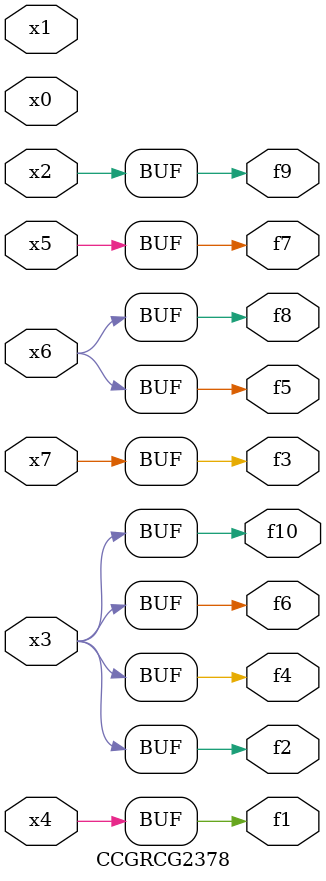
<source format=v>
module CCGRCG2378(
	input x0, x1, x2, x3, x4, x5, x6, x7,
	output f1, f2, f3, f4, f5, f6, f7, f8, f9, f10
);
	assign f1 = x4;
	assign f2 = x3;
	assign f3 = x7;
	assign f4 = x3;
	assign f5 = x6;
	assign f6 = x3;
	assign f7 = x5;
	assign f8 = x6;
	assign f9 = x2;
	assign f10 = x3;
endmodule

</source>
